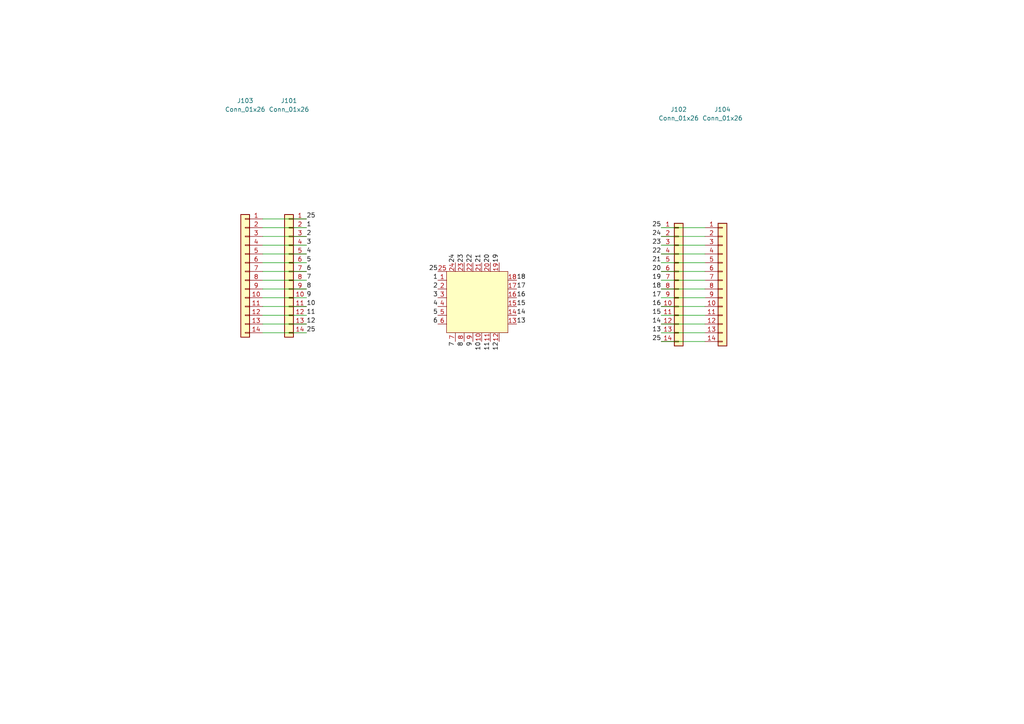
<source format=kicad_sch>
(kicad_sch (version 20250114) (generator "eeschema") (generator_version "9.0")
  (paper "A4")
  (lib_symbols
    (symbol "Connector_Generic:Conn_01x14" (pin_names (offset 1.016) (hide yes))
      (property "Reference" "J" (at 0 17.78 0))
      (property "Value" "Conn_01x14" (at 0 -20.32 0))
      (symbol "Conn_01x14_1_1"
        (rectangle (start -1.27 16.51) (end 1.27 -19.05) (stroke (width 0.254)) (fill (type background)))
        (rectangle (start -1.27 15.367) (end 0 15.113) (stroke (width 0.1524)))
        (rectangle (start -1.27 12.827) (end 0 12.573) (stroke (width 0.1524)))
        (rectangle (start -1.27 10.287) (end 0 10.033) (stroke (width 0.1524)))
        (rectangle (start -1.27 7.747) (end 0 7.493) (stroke (width 0.1524)))
        (rectangle (start -1.27 5.207) (end 0 4.953) (stroke (width 0.1524)))
        (rectangle (start -1.27 2.667) (end 0 2.413) (stroke (width 0.1524)))
        (rectangle (start -1.27 0.127) (end 0 -0.127) (stroke (width 0.1524)))
        (rectangle (start -1.27 -2.413) (end 0 -2.667) (stroke (width 0.1524)))
        (rectangle (start -1.27 -4.953) (end 0 -5.207) (stroke (width 0.1524)))
        (rectangle (start -1.27 -7.493) (end 0 -7.747) (stroke (width 0.1524)))
        (rectangle (start -1.27 -10.033) (end 0 -10.287) (stroke (width 0.1524)))
        (rectangle (start -1.27 -12.573) (end 0 -12.827) (stroke (width 0.1524)))
        (rectangle (start -1.27 -15.113) (end 0 -15.367) (stroke (width 0.1524)))
        (rectangle (start -1.27 -17.653) (end 0 -17.907) (stroke (width 0.1524)))
        (pin passive line (at -5.08 15.24 0) (length 3.81) (name "Pin_1") (number "1"))
        (pin passive line (at -5.08 12.7 0) (length 3.81) (name "Pin_2") (number "2"))
        (pin passive line (at -5.08 10.16 0) (length 3.81) (name "Pin_3") (number "3"))
        (pin passive line (at -5.08 7.62 0) (length 3.81) (name "Pin_4") (number "4"))
        (pin passive line (at -5.08 5.08 0) (length 3.81) (name "Pin_5") (number "5"))
        (pin passive line (at -5.08 2.54 0) (length 3.81) (name "Pin_6") (number "6"))
        (pin passive line (at -5.08 0 0) (length 3.81) (name "Pin_7") (number "7"))
        (pin passive line (at -5.08 -2.54 0) (length 3.81) (name "Pin_8") (number "8"))
        (pin passive line (at -5.08 -5.08 0) (length 3.81) (name "Pin_9") (number "9"))
        (pin passive line (at -5.08 -7.62 0) (length 3.81) (name "Pin_10") (number "10"))
        (pin passive line (at -5.08 -10.16 0) (length 3.81) (name "Pin_11") (number "11"))
        (pin passive line (at -5.08 -12.7 0) (length 3.81) (name "Pin_12") (number "12"))
        (pin passive line (at -5.08 -15.24 0) (length 3.81) (name "Pin_13") (number "13"))
        (pin passive line (at -5.08 -17.78 0) (length 3.81) (name "Pin_14") (number "14"))
      )
    )
    (symbol "Interface_Ethernet:VSC8541XMV-0x"
      (symbol "VSC8541XMV-0x_0_0"
        (pin unspecified line (at -11.43 8.89 0) (length 2.54) (name "") (number "25"))
        (pin unspecified line (at -11.43 6.35 0) (length 2.54) (name "") (number "1"))
        (pin unspecified line (at -11.43 3.81 0) (length 2.54) (name "") (number "2"))
        (pin unspecified line (at -11.43 1.27 0) (length 2.54) (name "") (number "3"))
        (pin unspecified line (at -11.43 -1.27 0) (length 2.54) (name "") (number "4"))
        (pin unspecified line (at -11.43 -3.81 0) (length 2.54) (name "") (number "5"))
        (pin unspecified line (at -11.43 -6.35 0) (length 2.54) (name "") (number "6"))
        (pin unspecified line (at -6.35 11.43 270) (length 2.54) (name "") (number "24"))
        (pin unspecified line (at -6.35 -11.43 90) (length 2.54) (name "") (number "7"))
        (pin unspecified line (at -3.81 11.43 270) (length 2.54) (name "") (number "23"))
        (pin unspecified line (at -3.81 -11.43 90) (length 2.54) (name "") (number "8"))
        (pin unspecified line (at -1.27 11.43 270) (length 2.54) (name "") (number "22"))
        (pin unspecified line (at -1.27 -11.43 90) (length 2.54) (name "") (number "9"))
        (pin unspecified line (at 1.27 11.43 270) (length 2.54) (name "") (number "21"))
        (pin unspecified line (at 1.27 -11.43 90) (length 2.54) (name "") (number "10"))
        (pin unspecified line (at 3.81 11.43 270) (length 2.54) (name "") (number "20"))
        (pin unspecified line (at 3.81 -11.43 90) (length 2.54) (name "") (number "11"))
        (pin unspecified line (at 6.35 11.43 270) (length 2.54) (name "") (number "19"))
        (pin unspecified line (at 6.35 -11.43 90) (length 2.54) (name "") (number "12"))
        (pin unspecified line (at 11.43 6.35 180) (length 2.54) (name "") (number "18"))
        (pin unspecified line (at 11.43 3.81 180) (length 2.54) (name "") (number "17"))
        (pin unspecified line (at 11.43 1.27 180) (length 2.54) (name "") (number "16"))
        (pin unspecified line (at 11.43 -1.27 180) (length 2.54) (name "") (number "15"))
        (pin unspecified line (at 11.43 -3.81 180) (length 2.54) (name "") (number "14"))
        (pin unspecified line (at 11.43 -6.35 180) (length 2.54) (name "") (number "13"))
      )
      (symbol "VSC8541XMV-0x_1_1"
        (rectangle (start -8.89 8.89) (end 8.89 -8.89) (fill (type background)))
      )
    )
  )
  (wire (pts (xy 204.47 66.04) (xy 191.77 66.04)))
  (wire (pts (xy 76.2 88.9) (xy 88.9 88.9)))
  (wire (pts (xy 76.2 71.12) (xy 88.9 71.12)))
  (wire (pts (xy 204.47 81.28) (xy 191.77 81.28)))
  (wire (pts (xy 76.2 91.44) (xy 88.9 91.44)))
  (wire (pts (xy 76.2 63.5) (xy 88.9 63.5)))
  (wire (pts (xy 76.2 66.04) (xy 88.9 66.04)))
  (wire (pts (xy 204.47 88.9) (xy 191.77 88.9)))
  (wire (pts (xy 204.47 78.74) (xy 191.77 78.74)))
  (wire (pts (xy 204.47 76.2) (xy 191.77 76.2)))
  (wire (pts (xy 76.2 83.82) (xy 88.9 83.82)))
  (wire (pts (xy 204.47 93.98) (xy 191.77 93.98)))
  (wire (pts (xy 204.47 73.66) (xy 191.77 73.66)))
  (wire (pts (xy 204.47 96.52) (xy 191.77 96.52)))
  (wire (pts (xy 76.2 81.28) (xy 88.9 81.28)))
  (wire (pts (xy 76.2 96.52) (xy 88.9 96.52)))
  (wire (pts (xy 76.2 68.58) (xy 88.9 68.58)))
  (wire (pts (xy 204.47 91.44) (xy 191.77 91.44)))
  (wire (pts (xy 204.47 71.12) (xy 191.77 71.12)))
  (wire (pts (xy 76.2 78.74) (xy 88.9 78.74)))
  (wire (pts (xy 204.47 99.06) (xy 191.77 99.06)))
  (wire (pts (xy 204.47 83.82) (xy 191.77 83.82)))
  (wire (pts (xy 76.2 86.36) (xy 88.9 86.36)))
  (wire (pts (xy 204.47 86.36) (xy 191.77 86.36)))
  (wire (pts (xy 76.2 76.2) (xy 88.9 76.2)))
  (wire (pts (xy 204.47 68.58) (xy 191.77 68.58)))
  (wire (pts (xy 76.2 93.98) (xy 88.9 93.98)))
  (wire (pts (xy 76.2 73.66) (xy 88.9 73.66)))
  (label "19" (at 191.77 81.28 180))
  (label "20" (at 191.77 78.74 180))
  (label "12" (at 88.9 93.98 0))
  (label "23" (at 191.77 71.12 180))
  (label "11" (at 88.9 91.44 0))
  (label "10" (at 88.9 88.9 0))
  (label "16" (at 191.77 88.9 180))
  (label "14" (at 191.77 93.98 180))
  (label "25" (at 88.9 63.5 0))
  (label "3" (at 88.9 71.12 0))
  (label "8" (at 88.9 83.82 0))
  (label "18" (at 191.77 83.82 180))
  (label "4" (at 88.9 73.66 0))
  (label "17" (at 191.77 86.36 180))
  (label "21" (at 191.77 76.2 180))
  (label "7" (at 88.9 81.28 0))
  (label "13" (at 191.77 96.52 180))
  (label "24" (at 191.77 68.58 180))
  (label "15" (at 191.77 91.44 180))
  (label "2" (at 88.9 68.58 0))
  (label "1" (at 88.9 66.04 0))
  (label "22" (at 191.77 73.66 180))
  (label "3" (at 127 86.36 180))
  (label "1" (at 127 81.28 180))
  (label "2" (at 127 83.82 180))
  (label "4" (at 127 88.9 180))
  (label "5" (at 127 91.44 180))
  (label "6" (at 127 93.98 180))
  (label "7" (at 132.08 99.06 270))
  (label "8" (at 134.62 99.06 270))
  (label "10" (at 139.7 99.06 270))
  (label "11" (at 142.24 99.06 270))
  (label "12" (at 144.78 99.06 270))
  (label "9" (at 137.16 99.06 270))
  (label "13" (at 149.86 93.98 0))
  (label "14" (at 149.86 91.44 0))
  (label "15" (at 149.86 88.9 0))
  (label "16" (at 149.86 86.36 0))
  (label "17" (at 149.86 83.82 0))
  (label "18" (at 149.86 81.28 0))
  (label "21" (at 139.7 76.2 90))
  (label "20" (at 142.24 76.2 90))
  (label "19" (at 144.78 76.2 90))
  (label "22" (at 137.16 76.2 90))
  (label "23" (at 134.62 76.2 90))
  (label "24" (at 132.08 76.2 90))
  (label "25" (at 127 78.74 180))
  (label "25" (at 88.9 96.52 0))
  (label "5" (at 88.9 76.2 0))
  (label "9" (at 88.9 86.36 0))
  (label "6" (at 88.9 78.74 0))
  (label "25" (at 191.77 66.04 180))
  (label "25" (at 191.77 99.06 180))
  (symbol (lib_id "Interface_Ethernet:VSC8541XMV-0x") (at 138.43 87.63 0) (unit 1)
    (property "Reference" "U101" (effects (hide yes)))
    (property "Value" "QFN-28" (effects (hide yes)))
    (property "Footprint" "Package_DFN_QFN:QFN-24-1EP_4x4mm_P0.5mm_EP2.6x2.6mm_ThermalVias" (effects (hide yes)))
  )
  (symbol (lib_id "Connector_Generic:Conn_01x14") (at 209.55 81.28 0) (unit 1)
    (property "Reference" "J104" (at 209.55 31.75 0))
    (property "Value" "Conn_01x26" (at 209.55 34.29 0))
    (property "Footprint" "Connector_PinHeader_2.54mm:PinHeader_1x14_P2.54mm_Vertical_SMD_Pin1Right" (effects (hide yes)))
    (property "Description" "Generic connector, single row, 01x14, script generated (kicad-library-utils/schlib/autogen/connector/)" (effects (hide yes)))
  )
  (symbol (lib_id "Connector_Generic:Conn_01x14") (at 83.82 78.74 0) (mirror y) (unit 1)
    (property "Reference" "J101" (at 83.82 29.21 0))
    (property "Value" "Conn_01x26" (at 83.82 31.75 0))
    (property "Footprint" "Connector_PinHeader_2.54mm:PinHeader_1x14_P2.54mm_Vertical" (effects (hide yes)))
    (property "Description" "Generic connector, single row, 01x14, script generated (kicad-library-utils/schlib/autogen/connector/)" (effects (hide yes)))
  )
  (symbol (lib_id "Connector_Generic:Conn_01x14") (at 196.85 81.28 0) (unit 1)
    (property "Reference" "J102" (at 196.85 31.75 0))
    (property "Value" "Conn_01x26" (at 196.85 34.29 0))
    (property "Footprint" "Connector_PinHeader_2.54mm:PinHeader_1x14_P2.54mm_Vertical" (effects (hide yes)))
    (property "Description" "Generic connector, single row, 01x14, script generated (kicad-library-utils/schlib/autogen/connector/)" (effects (hide yes)))
  )
  (symbol (lib_id "Connector_Generic:Conn_01x14") (at 71.12 78.74 0) (mirror y) (unit 1)
    (property "Reference" "J103" (at 71.12 29.21 0))
    (property "Value" "Conn_01x26" (at 71.12 31.75 0))
    (property "Footprint" "Connector_PinHeader_2.54mm:PinHeader_1x14_P2.54mm_Vertical_SMD_Pin1Left" (effects (hide yes)))
    (property "Description" "Generic connector, single row, 01x14, script generated (kicad-library-utils/schlib/autogen/connector/)" (effects (hide yes)))
  )
)
</source>
